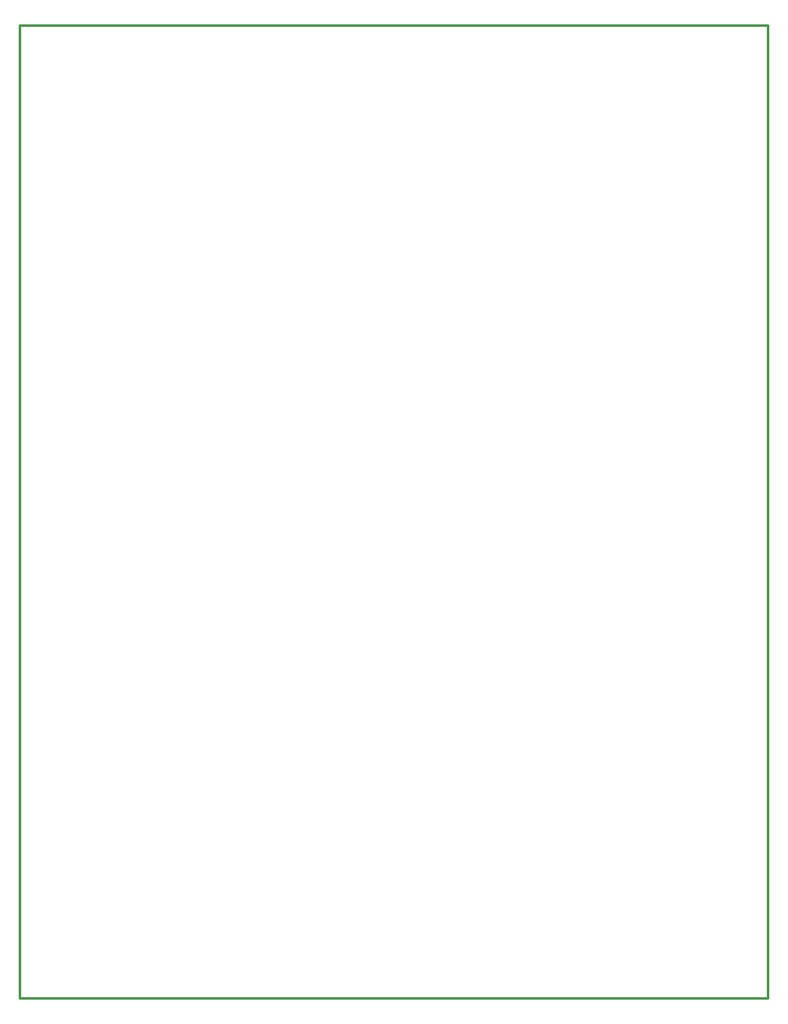
<source format=gko>
G04 Layer_Color=16711935*
%FSLAX44Y44*%
%MOMM*%
G71*
G01*
G75*
%ADD44C,0.3048*%
D44*
X-10000Y-8600D02*
Y1311400D01*
X1006000Y-8600D02*
Y1311400D01*
X-10000Y-8600D02*
X1006000D01*
X-10000Y1311400D02*
X1006000D01*
M02*

</source>
